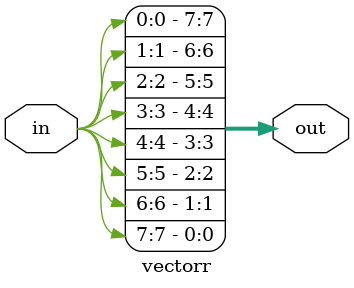
<source format=v>
module vectorr (
	input [7:0] in,
	output [7:0] out
);
 	
	assign {out[0],out[1],out[2],out[3],out[4],out[5],out[6],out[7]} = in;
	
endmodule
</source>
